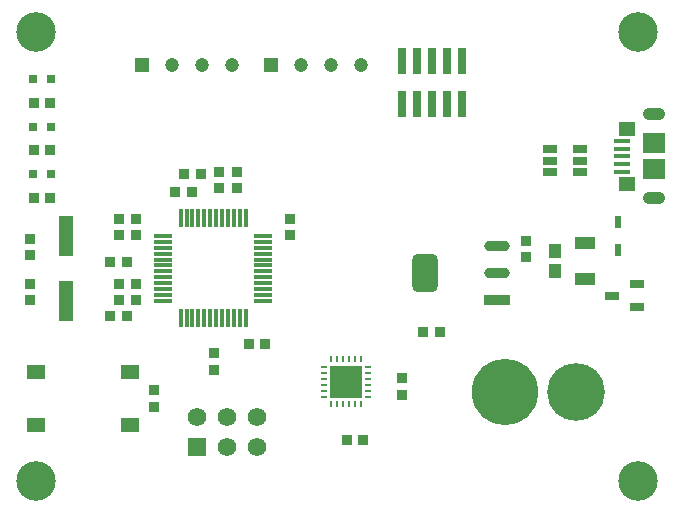
<source format=gts>
G04*
G04 #@! TF.GenerationSoftware,Altium Limited,Altium Designer,22.0.2 (36)*
G04*
G04 Layer_Color=8388736*
%FSLAX25Y25*%
%MOIN*%
G70*
G04*
G04 #@! TF.SameCoordinates,77FB473F-6002-4E98-9841-083E989A2A2F*
G04*
G04*
G04 #@! TF.FilePolarity,Negative*
G04*
G01*
G75*
%ADD24R,0.06102X0.05118*%
%ADD26R,0.03150X0.03150*%
%ADD27R,0.02362X0.00984*%
%ADD28R,0.00984X0.02362*%
%ADD30R,0.02992X0.08661*%
%ADD33R,0.04166X0.04748*%
G04:AMPARAMS|DCode=34|XSize=85.03mil|YSize=126.46mil|CornerRadius=17.86mil|HoleSize=0mil|Usage=FLASHONLY|Rotation=180.000|XOffset=0mil|YOffset=0mil|HoleType=Round|Shape=RoundedRectangle|*
%AMROUNDEDRECTD34*
21,1,0.08503,0.09075,0,0,180.0*
21,1,0.04932,0.12646,0,0,180.0*
1,1,0.03571,-0.02466,0.04538*
1,1,0.03571,0.02466,0.04538*
1,1,0.03571,0.02466,-0.04538*
1,1,0.03571,-0.02466,-0.04538*
%
%ADD34ROUNDEDRECTD34*%
G04:AMPARAMS|DCode=35|XSize=85.03mil|YSize=35.91mil|CornerRadius=17.96mil|HoleSize=0mil|Usage=FLASHONLY|Rotation=180.000|XOffset=0mil|YOffset=0mil|HoleType=Round|Shape=RoundedRectangle|*
%AMROUNDEDRECTD35*
21,1,0.08503,0.00000,0,0,180.0*
21,1,0.04911,0.03591,0,0,180.0*
1,1,0.03591,-0.02456,0.00000*
1,1,0.03591,0.02456,0.00000*
1,1,0.03591,0.02456,0.00000*
1,1,0.03591,-0.02456,0.00000*
%
%ADD35ROUNDEDRECTD35*%
%ADD36R,0.08503X0.03591*%
%ADD37R,0.05512X0.01575*%
%ADD38R,0.05709X0.04528*%
%ADD39R,0.07480X0.06890*%
%ADD40R,0.04724X0.13780*%
%ADD41R,0.03591X0.03591*%
%ADD42R,0.02402X0.03898*%
%ADD43R,0.06398X0.01772*%
%ADD44R,0.01772X0.06398*%
%ADD45R,0.04991X0.02991*%
%ADD46R,0.03591X0.03591*%
%ADD47R,0.10630X0.10630*%
%ADD48R,0.04921X0.03150*%
%ADD49R,0.07087X0.04213*%
%ADD50C,0.06181*%
%ADD51R,0.06181X0.06181*%
%ADD52C,0.13189*%
%ADD53R,0.04724X0.04724*%
%ADD54C,0.04724*%
%ADD55C,0.22087*%
%ADD56C,0.19252*%
%ADD57O,0.07480X0.04134*%
D24*
X334744Y272638D02*
D03*
X366043D02*
D03*
X334744Y254921D02*
D03*
X366043D02*
D03*
D26*
X339567Y370079D02*
D03*
X333661D02*
D03*
X339567Y338583D02*
D03*
X333661D02*
D03*
X339567Y354331D02*
D03*
X333661D02*
D03*
D27*
X430512Y274213D02*
D03*
Y272244D02*
D03*
Y270276D02*
D03*
Y268307D02*
D03*
Y266339D02*
D03*
Y264370D02*
D03*
X445472D02*
D03*
Y266339D02*
D03*
Y268307D02*
D03*
Y270276D02*
D03*
Y272244D02*
D03*
Y274213D02*
D03*
D28*
X433071Y261811D02*
D03*
X435039D02*
D03*
X437008D02*
D03*
X438976D02*
D03*
X440945D02*
D03*
X442913D02*
D03*
Y276772D02*
D03*
X440945D02*
D03*
X438976D02*
D03*
X437008D02*
D03*
X435039D02*
D03*
X433071D02*
D03*
D30*
X456535Y376378D02*
D03*
X461535D02*
D03*
X466535D02*
D03*
X471535D02*
D03*
X476535D02*
D03*
X456535Y361811D02*
D03*
X461535D02*
D03*
X466535D02*
D03*
X471535D02*
D03*
X476535D02*
D03*
D33*
X507736Y306295D02*
D03*
Y312800D02*
D03*
D34*
X464326Y305610D02*
D03*
D35*
X488155Y314665D02*
D03*
Y305610D02*
D03*
D36*
Y296555D02*
D03*
D37*
X530059Y339370D02*
D03*
Y341929D02*
D03*
Y344488D02*
D03*
Y347047D02*
D03*
Y349606D02*
D03*
D38*
X531713Y335354D02*
D03*
Y353622D02*
D03*
D39*
X540492Y340059D02*
D03*
Y348917D02*
D03*
D40*
X344488Y317913D02*
D03*
Y296260D02*
D03*
D41*
X443695Y250000D02*
D03*
X438195D02*
D03*
X469148Y285925D02*
D03*
X463648D02*
D03*
X333864Y362205D02*
D03*
X339364D02*
D03*
X364955Y291339D02*
D03*
X359455D02*
D03*
X405512Y281890D02*
D03*
X411012D02*
D03*
X386608Y332677D02*
D03*
X381108D02*
D03*
X364955Y309055D02*
D03*
X359455D02*
D03*
X333864Y346457D02*
D03*
X339364D02*
D03*
X389567Y338583D02*
D03*
X384067D02*
D03*
X333864Y330709D02*
D03*
X339364D02*
D03*
D42*
X528543Y313386D02*
D03*
Y322441D02*
D03*
D43*
X410386Y310039D02*
D03*
Y312008D02*
D03*
Y317913D02*
D03*
Y315945D02*
D03*
Y313976D02*
D03*
Y308071D02*
D03*
Y306102D02*
D03*
Y304134D02*
D03*
Y302165D02*
D03*
Y300197D02*
D03*
Y298228D02*
D03*
Y296260D02*
D03*
X377016D02*
D03*
Y298228D02*
D03*
Y300197D02*
D03*
Y302165D02*
D03*
Y304134D02*
D03*
Y306102D02*
D03*
Y308071D02*
D03*
Y310039D02*
D03*
Y312008D02*
D03*
Y313976D02*
D03*
Y315945D02*
D03*
Y317913D02*
D03*
D44*
X382874Y323772D02*
D03*
X384843D02*
D03*
X386811D02*
D03*
X388780D02*
D03*
X390748D02*
D03*
X392717D02*
D03*
X394685D02*
D03*
X396654D02*
D03*
X398622D02*
D03*
X400591D02*
D03*
X402559D02*
D03*
X404528D02*
D03*
Y290402D02*
D03*
X402559D02*
D03*
X400591D02*
D03*
X398622D02*
D03*
X396654D02*
D03*
X394685D02*
D03*
X392717D02*
D03*
X390748D02*
D03*
X388780D02*
D03*
X386811D02*
D03*
X384843D02*
D03*
X382874D02*
D03*
D45*
X515945Y339272D02*
D03*
Y346752D02*
D03*
X506102Y343012D02*
D03*
Y339272D02*
D03*
Y346752D02*
D03*
X515945Y343012D02*
D03*
D46*
X394094Y273228D02*
D03*
Y278728D02*
D03*
X497894Y310734D02*
D03*
Y316234D02*
D03*
X419291Y318116D02*
D03*
Y323616D02*
D03*
X368110Y318116D02*
D03*
Y323616D02*
D03*
X362205Y318116D02*
D03*
Y323616D02*
D03*
X368110Y296463D02*
D03*
Y301963D02*
D03*
X362205Y296463D02*
D03*
Y301963D02*
D03*
X374016Y261030D02*
D03*
Y266530D02*
D03*
X332677Y301963D02*
D03*
Y296463D02*
D03*
Y311429D02*
D03*
Y316929D02*
D03*
X456693Y270467D02*
D03*
Y264967D02*
D03*
X395669Y333864D02*
D03*
Y339364D02*
D03*
X401575Y333864D02*
D03*
Y339364D02*
D03*
D47*
X437992Y269291D02*
D03*
D48*
X526772Y298031D02*
D03*
X535040Y301811D02*
D03*
Y294252D02*
D03*
D49*
X517579Y315472D02*
D03*
Y303622D02*
D03*
D50*
X408425Y257480D02*
D03*
X398425D02*
D03*
X388425D02*
D03*
X408425Y247480D02*
D03*
X398425D02*
D03*
D51*
X388425D02*
D03*
D52*
X535433Y236220D02*
D03*
Y385827D02*
D03*
X334646Y236220D02*
D03*
Y385827D02*
D03*
D53*
X413071Y375000D02*
D03*
X369921D02*
D03*
D54*
X423071D02*
D03*
X433071D02*
D03*
X443071D02*
D03*
X379921D02*
D03*
X389921D02*
D03*
X399921D02*
D03*
D55*
X491142Y265748D02*
D03*
D56*
X514764D02*
D03*
D57*
X540492Y330413D02*
D03*
Y358563D02*
D03*
M02*

</source>
